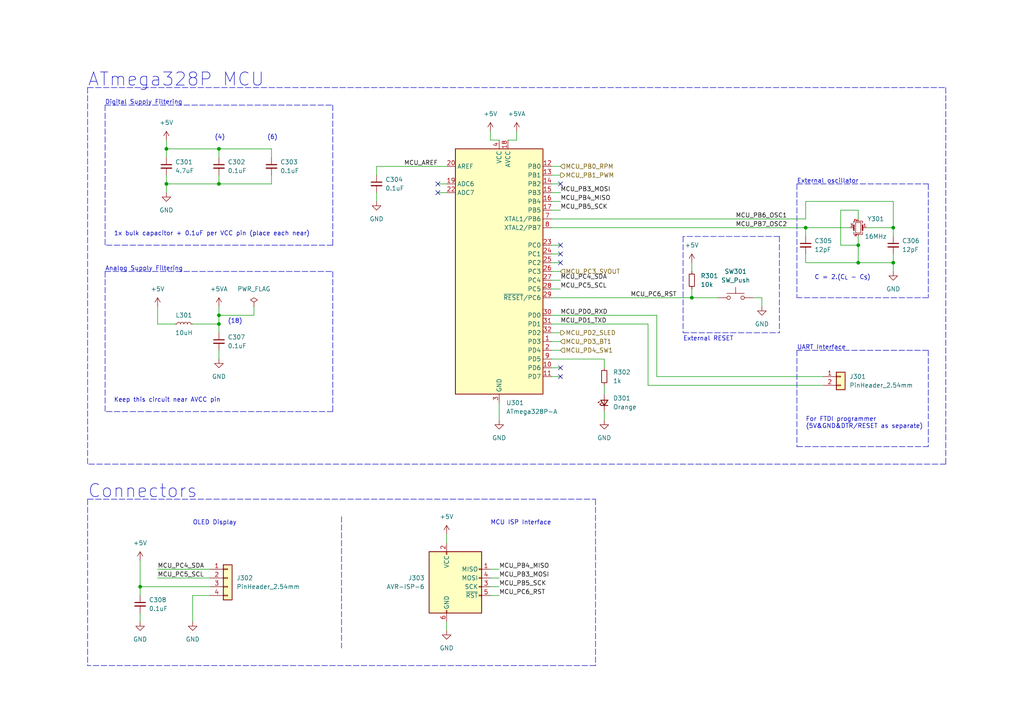
<source format=kicad_sch>
(kicad_sch (version 20211123) (generator eeschema)
  (paper "A4")
  (title_block (title "MCU Circuit & Board Interfaces") (date "2022-09-13") (rev "v1.0.0") (company "Lizard Electronics") (comment 1 "Designed by: Manuel Lagarto"))
  (lib_symbols
    (symbol "Connector:AVR-ISP-6" (pin_names (offset 1.016))
      (property "Reference" "J" (at -6.35 11.43 0))
      (property "Value" "AVR-ISP-6" (at 0 11.43 0))
      (symbol "AVR-ISP-6_0_1"
        (rectangle (start -2.667 -6.858) (end -2.413 -7.62))
        (rectangle (start -2.667 10.16) (end -2.413 9.398))
        (rectangle (start 7.62 -2.413) (end 6.858 -2.667))
        (rectangle (start 7.62 0.127) (end 6.858 -0.127))
        (rectangle (start 7.62 2.667) (end 6.858 2.413))
        (rectangle (start 7.62 5.207) (end 6.858 4.953))
        (rectangle (start 7.62 10.16) (end -7.62 -7.62) (stroke (width 0.254)) (fill (type background)))
      )
      (symbol "AVR-ISP-6_1_1"
        (pin passive line (at 10.16 5.08 180) (length 2.54) (name "MISO") (number "1"))
        (pin passive line (at -2.54 12.7 270) (length 2.54) (name "VCC") (number "2"))
        (pin passive line (at 10.16 0 180) (length 2.54) (name "SCK") (number "3"))
        (pin passive line (at 10.16 2.54 180) (length 2.54) (name "MOSI") (number "4"))
        (pin passive line (at 10.16 -2.54 180) (length 2.54) (name "~{RST}") (number "5"))
        (pin passive line (at -2.54 -10.16 90) (length 2.54) (name "GND") (number "6"))
      )
    )
    (symbol "Connector_Generic:Conn_01x02" (pin_names (offset 1.016) hide)
      (property "Reference" "J" (at 0 2.54 0))
      (property "Value" "Conn_01x02" (at 0 -5.08 0))
      (symbol "Conn_01x02_1_1"
        (rectangle (start -1.27 -2.413) (end 0 -2.667) (stroke (width 0.1524)))
        (rectangle (start -1.27 0.127) (end 0 -0.127) (stroke (width 0.1524)))
        (rectangle (start -1.27 1.27) (end 1.27 -3.81) (stroke (width 0.254)) (fill (type background)))
        (pin passive line (at -5.08 0 0) (length 3.81) (name "Pin_1") (number "1"))
        (pin passive line (at -5.08 -2.54 0) (length 3.81) (name "Pin_2") (number "2"))
      )
    )
    (symbol "Connector_Generic:Conn_01x04" (pin_names (offset 1.016) hide)
      (property "Reference" "J" (at 0 5.08 0))
      (property "Value" "Conn_01x04" (at 0 -7.62 0))
      (symbol "Conn_01x04_1_1"
        (rectangle (start -1.27 -4.953) (end 0 -5.207) (stroke (width 0.1524)))
        (rectangle (start -1.27 -2.413) (end 0 -2.667) (stroke (width 0.1524)))
        (rectangle (start -1.27 0.127) (end 0 -0.127) (stroke (width 0.1524)))
        (rectangle (start -1.27 2.667) (end 0 2.413) (stroke (width 0.1524)))
        (rectangle (start -1.27 3.81) (end 1.27 -6.35) (stroke (width 0.254)) (fill (type background)))
        (pin passive line (at -5.08 2.54 0) (length 3.81) (name "Pin_1") (number "1"))
        (pin passive line (at -5.08 0 0) (length 3.81) (name "Pin_2") (number "2"))
        (pin passive line (at -5.08 -2.54 0) (length 3.81) (name "Pin_3") (number "3"))
        (pin passive line (at -5.08 -5.08 0) (length 3.81) (name "Pin_4") (number "4"))
      )
    )
    (symbol "Device:C_Small" (pin_numbers hide) (pin_names (offset 0.254) hide)
      (property "Reference" "C" (at 0.254 1.778 0))
      (property "Value" "C_Small" (at 0.254 -2.032 0))
      (symbol "C_Small_0_1"
        (polyline (pts (xy -1.524 -0.508) (xy 1.524 -0.508)) (stroke (width 0.3302)))
        (polyline (pts (xy -1.524 0.508) (xy 1.524 0.508)) (stroke (width 0.3048)))
      )
      (symbol "C_Small_1_1"
        (pin passive line (at 0 2.54 270) (length 2.032) (name "~") (number "1"))
        (pin passive line (at 0 -2.54 90) (length 2.032) (name "~") (number "2"))
      )
    )
    (symbol "Device:Crystal_GND24_Small" (pin_names (offset 1.016) hide)
      (property "Reference" "Y" (at 1.27 4.445 0))
      (property "Value" "Crystal_GND24_Small" (at 1.27 2.54 0))
      (symbol "Crystal_GND24_Small_0_1"
        (rectangle (start -0.762 -1.524) (end 0.762 1.524))
        (polyline (pts (xy -1.27 -0.762) (xy -1.27 0.762)) (stroke (width 0.381)))
        (polyline (pts (xy 1.27 -0.762) (xy 1.27 0.762)) (stroke (width 0.381)))
        (polyline (pts (xy -1.27 -1.27) (xy -1.27 -1.905) (xy 1.27 -1.905) (xy 1.27 -1.27)))
        (polyline (pts (xy -1.27 1.27) (xy -1.27 1.905) (xy 1.27 1.905) (xy 1.27 1.27)))
      )
      (symbol "Crystal_GND24_Small_1_1"
        (pin passive line (at -2.54 0 0) (length 1.27) (name "1") (number "1"))
        (pin passive line (at 0 -2.54 90) (length 0.635) (name "2") (number "2"))
        (pin passive line (at 2.54 0 180) (length 1.27) (name "3") (number "3"))
        (pin passive line (at 0 2.54 270) (length 0.635) (name "4") (number "4"))
      )
    )
    (symbol "Device:LED_Small" (pin_numbers hide) (pin_names (offset 0.254) hide)
      (property "Reference" "D" (at -1.27 3.175 0))
      (property "Value" "LED_Small" (at -4.445 -2.54 0))
      (symbol "LED_Small_0_1"
        (polyline (pts (xy -0.762 -1.016) (xy -0.762 1.016)) (stroke (width 0.254)))
        (polyline (pts (xy 1.016 0) (xy -0.762 0)))
        (polyline (pts (xy 0.762 -1.016) (xy -0.762 0) (xy 0.762 1.016) (xy 0.762 -1.016)) (stroke (width 0.254)))
        (polyline (pts (xy 0 0.762) (xy -0.508 1.27) (xy -0.254 1.27) (xy -0.508 1.27) (xy -0.508 1.016)))
        (polyline (pts (xy 0.508 1.27) (xy 0 1.778) (xy 0.254 1.778) (xy 0 1.778) (xy 0 1.524)))
      )
      (symbol "LED_Small_1_1"
        (pin passive line (at -2.54 0 0) (length 1.778) (name "K") (number "1"))
        (pin passive line (at 2.54 0 180) (length 1.778) (name "A") (number "2"))
      )
    )
    (symbol "Device:L_Small" (pin_numbers hide) (pin_names (offset 0.254) hide)
      (property "Reference" "L" (at 0.762 1.016 0))
      (property "Value" "L_Small" (at 0.762 -1.016 0))
      (symbol "L_Small_0_1"
        (arc (start 0 -2.032) (mid 0.508 -1.524) (end 0 -1.016))
        (arc (start 0 -1.016) (mid 0.508 -0.508) (end 0 0))
        (arc (start 0 0) (mid 0.508 0.508) (end 0 1.016))
        (arc (start 0 1.016) (mid 0.508 1.524) (end 0 2.032))
      )
      (symbol "L_Small_1_1"
        (pin passive line (at 0 2.54 270) (length 0.508) (name "~") (number "1"))
        (pin passive line (at 0 -2.54 90) (length 0.508) (name "~") (number "2"))
      )
    )
    (symbol "Device:R_Small" (pin_numbers hide) (pin_names (offset 0.254) hide)
      (property "Reference" "R" (at 0.762 0.508 0))
      (property "Value" "R_Small" (at 0.762 -1.016 0))
      (symbol "R_Small_0_1"
        (rectangle (start -0.762 1.778) (end 0.762 -1.778) (stroke (width 0.2032)))
      )
      (symbol "R_Small_1_1"
        (pin passive line (at 0 2.54 270) (length 0.762) (name "~") (number "1"))
        (pin passive line (at 0 -2.54 90) (length 0.762) (name "~") (number "2"))
      )
    )
    (symbol "MCU_Microchip_ATmega:ATmega328P-A"
      (property "Reference" "U" (at -12.7 36.83 0))
      (property "Value" "ATmega328P-A" (at 2.54 -36.83 0))
      (symbol "ATmega328P-A_0_1"
        (rectangle (start -12.7 -35.56) (end 12.7 35.56) (stroke (width 0.254)) (fill (type background)))
      )
      (symbol "ATmega328P-A_1_1"
        (pin bidirectional line (at 15.24 -20.32 180) (length 2.54) (name "PD3") (number "1"))
        (pin bidirectional line (at 15.24 -27.94 180) (length 2.54) (name "PD6") (number "10"))
        (pin bidirectional line (at 15.24 -30.48 180) (length 2.54) (name "PD7") (number "11"))
        (pin bidirectional line (at 15.24 30.48 180) (length 2.54) (name "PB0") (number "12"))
        (pin bidirectional line (at 15.24 27.94 180) (length 2.54) (name "PB1") (number "13"))
        (pin bidirectional line (at 15.24 25.4 180) (length 2.54) (name "PB2") (number "14"))
        (pin bidirectional line (at 15.24 22.86 180) (length 2.54) (name "PB3") (number "15"))
        (pin bidirectional line (at 15.24 20.32 180) (length 2.54) (name "PB4") (number "16"))
        (pin bidirectional line (at 15.24 17.78 180) (length 2.54) (name "PB5") (number "17"))
        (pin power_in line (at 2.54 38.1 270) (length 2.54) (name "AVCC") (number "18"))
        (pin input line (at -15.24 25.4 0) (length 2.54) (name "ADC6") (number "19"))
        (pin bidirectional line (at 15.24 -22.86 180) (length 2.54) (name "PD4") (number "2"))
        (pin passive line (at -15.24 30.48 0) (length 2.54) (name "AREF") (number "20"))
        (pin passive line (at 0 -38.1 90) (length 2.54) hide (name "GND") (number "21"))
        (pin input line (at -15.24 22.86 0) (length 2.54) (name "ADC7") (number "22"))
        (pin bidirectional line (at 15.24 7.62 180) (length 2.54) (name "PC0") (number "23"))
        (pin bidirectional line (at 15.24 5.08 180) (length 2.54) (name "PC1") (number "24"))
        (pin bidirectional line (at 15.24 2.54 180) (length 2.54) (name "PC2") (number "25"))
        (pin bidirectional line (at 15.24 0 180) (length 2.54) (name "PC3") (number "26"))
        (pin bidirectional line (at 15.24 -2.54 180) (length 2.54) (name "PC4") (number "27"))
        (pin bidirectional line (at 15.24 -5.08 180) (length 2.54) (name "PC5") (number "28"))
        (pin bidirectional line (at 15.24 -7.62 180) (length 2.54) (name "~{RESET}/PC6") (number "29"))
        (pin power_in line (at 0 -38.1 90) (length 2.54) (name "GND") (number "3"))
        (pin bidirectional line (at 15.24 -12.7 180) (length 2.54) (name "PD0") (number "30"))
        (pin bidirectional line (at 15.24 -15.24 180) (length 2.54) (name "PD1") (number "31"))
        (pin bidirectional line (at 15.24 -17.78 180) (length 2.54) (name "PD2") (number "32"))
        (pin power_in line (at 0 38.1 270) (length 2.54) (name "VCC") (number "4"))
        (pin passive line (at 0 -38.1 90) (length 2.54) hide (name "GND") (number "5"))
        (pin passive line (at 0 38.1 270) (length 2.54) hide (name "VCC") (number "6"))
        (pin bidirectional line (at 15.24 15.24 180) (length 2.54) (name "XTAL1/PB6") (number "7"))
        (pin bidirectional line (at 15.24 12.7 180) (length 2.54) (name "XTAL2/PB7") (number "8"))
        (pin bidirectional line (at 15.24 -25.4 180) (length 2.54) (name "PD5") (number "9"))
      )
    )
    (symbol "Switch:SW_Push" (pin_numbers hide) (pin_names (offset 1.016) hide)
      (property "Reference" "SW" (at 1.27 2.54 0))
      (property "Value" "SW_Push" (at 0 -1.524 0))
      (symbol "SW_Push_0_1"
        (circle (center -2.032 0) (radius 0.508))
        (polyline (pts (xy 0 1.27) (xy 0 3.048)))
        (polyline (pts (xy 2.54 1.27) (xy -2.54 1.27)))
        (circle (center 2.032 0) (radius 0.508))
        (pin passive line (at -5.08 0 0) (length 2.54) (name "1") (number "1"))
        (pin passive line (at 5.08 0 180) (length 2.54) (name "2") (number "2"))
      )
    )
    (symbol "power:+5V" (power) (pin_names (offset 0))
      (property "Value" "+5V" (at 0 3.556 0))
      (symbol "+5V_0_1"
        (polyline (pts (xy -0.762 1.27) (xy 0 2.54)))
        (polyline (pts (xy 0 0) (xy 0 2.54)))
        (polyline (pts (xy 0 2.54) (xy 0.762 1.27)))
      )
      (symbol "+5V_1_1"
        (pin power_in line (at 0 0 90) (length 0) hide (name "+5V") (number "1"))
      )
    )
    (symbol "power:+5VA" (power) (pin_names (offset 0))
      (property "Value" "+5VA" (at 0 3.556 0))
      (symbol "+5VA_0_1"
        (polyline (pts (xy -0.762 1.27) (xy 0 2.54)))
        (polyline (pts (xy 0 0) (xy 0 2.54)))
        (polyline (pts (xy 0 2.54) (xy 0.762 1.27)))
      )
      (symbol "+5VA_1_1"
        (pin power_in line (at 0 0 90) (length 0) hide (name "+5VA") (number "1"))
      )
    )
    (symbol "power:GND" (power) (pin_names (offset 0))
      (property "Value" "GND" (at 0 -3.81 0))
      (symbol "GND_0_1"
        (polyline (pts (xy 0 0) (xy 0 -1.27) (xy 1.27 -1.27) (xy 0 -2.54) (xy -1.27 -1.27) (xy 0 -1.27)))
      )
      (symbol "GND_1_1"
        (pin power_in line (at 0 0 270) (length 0) hide (name "GND") (number "1"))
      )
    )
    (symbol "power:PWR_FLAG" (power) (pin_numbers hide) (pin_names (offset 0) hide)
      (property "Value" "PWR_FLAG" (at 0 3.81 0))
      (symbol "PWR_FLAG_0_0"
        (pin power_out line (at 0 0 90) (length 0) (name "pwr") (number "1"))
      )
      (symbol "PWR_FLAG_0_1"
        (polyline (pts (xy 0 0) (xy 0 1.27) (xy -1.016 1.905) (xy 0 2.54) (xy 1.016 1.905) (xy 0 1.27)))
      )
    )
  )
  (junction (at 63.5 53.34))
  (junction (at 248.92 76.2))
  (junction (at 63.5 43.18))
  (junction (at 248.92 71.12))
  (junction (at 259.08 66.04))
  (junction (at 233.68 66.04))
  (junction (at 63.5 91.44))
  (junction (at 200.66 86.36))
  (junction (at 48.26 53.34))
  (junction (at 259.08 76.2))
  (junction (at 48.26 43.18))
  (junction (at 40.64 170.18))
  (junction (at 63.5 93.98))
  (no_connect (at 162.56 76.2))
  (no_connect (at 162.56 53.34))
  (no_connect (at 127 53.34))
  (no_connect (at 127 55.88))
  (no_connect (at 162.56 71.12))
  (no_connect (at 162.56 73.66))
  (no_connect (at 162.56 106.68))
  (no_connect (at 162.56 109.22))
  (polyline (pts (xy 274.32 134.62) (xy 25.4 134.62)))
  (wire (pts (xy 160.02 86.36) (xy 200.66 86.36)))
  (wire (pts (xy 160.02 73.66) (xy 162.56 73.66)))
  (wire (pts (xy 190.5 109.22) (xy 238.76 109.22)))
  (wire (pts (xy 73.66 88.9) (xy 73.66 91.44)))
  (wire (pts (xy 45.72 165.1) (xy 60.96 165.1)))
  (wire (pts (xy 63.5 101.6) (xy 63.5 104.14)))
  (wire (pts (xy 45.72 93.98) (xy 50.8 93.98)))
  (polyline (pts (xy 269.24 53.34) (xy 269.24 86.36)))
  (wire (pts (xy 63.5 93.98) (xy 63.5 96.52)))
  (wire (pts (xy 259.08 58.42) (xy 259.08 66.04)))
  (wire (pts (xy 160.02 81.28) (xy 162.56 81.28)))
  (wire (pts (xy 63.5 91.44) (xy 73.66 91.44)))
  (wire (pts (xy 160.02 58.42) (xy 162.56 58.42)))
  (wire (pts (xy 48.26 43.18) (xy 63.5 43.18)))
  (polyline (pts (xy 99.06 149.86) (xy 99.06 187.96)))
  (wire (pts (xy 142.24 165.1) (xy 144.78 165.1)))
  (wire (pts (xy 243.84 60.96) (xy 243.84 71.12)))
  (wire (pts (xy 259.08 66.04) (xy 251.46 66.04)))
  (wire (pts (xy 142.24 167.64) (xy 144.78 167.64)))
  (wire (pts (xy 187.96 111.76) (xy 238.76 111.76)))
  (wire (pts (xy 175.26 104.14) (xy 175.26 106.68)))
  (wire (pts (xy 200.66 86.36) (xy 208.28 86.36)))
  (wire (pts (xy 142.24 172.72) (xy 144.78 172.72)))
  (wire (pts (xy 160.02 93.98) (xy 187.96 93.98)))
  (wire (pts (xy 63.5 43.18) (xy 63.5 45.72)))
  (wire (pts (xy 127 55.88) (xy 129.54 55.88)))
  (wire (pts (xy 129.54 48.26) (xy 109.22 48.26)))
  (wire (pts (xy 160.02 53.34) (xy 162.56 53.34)))
  (polyline (pts (xy 96.52 30.48) (xy 96.52 71.12)))
  (wire (pts (xy 200.66 83.82) (xy 200.66 86.36)))
  (polyline (pts (xy 96.52 119.38) (xy 30.48 119.38)))
  (wire (pts (xy 160.02 106.68) (xy 162.56 106.68)))
  (wire (pts (xy 142.24 38.1) (xy 142.24 40.64)))
  (polyline (pts (xy 30.48 78.74) (xy 96.52 78.74)))
  (wire (pts (xy 160.02 71.12) (xy 162.56 71.12)))
  (wire (pts (xy 129.54 154.94) (xy 129.54 157.48)))
  (wire (pts (xy 160.02 66.04) (xy 233.68 66.04)))
  (wire (pts (xy 55.88 172.72) (xy 60.96 172.72)))
  (polyline (pts (xy 96.52 71.12) (xy 30.48 71.12)))
  (wire (pts (xy 142.24 40.64) (xy 144.78 40.64)))
  (polyline (pts (xy 96.52 78.74) (xy 96.52 119.38)))
  (wire (pts (xy 63.5 91.44) (xy 63.5 93.98)))
  (wire (pts (xy 248.92 71.12) (xy 248.92 68.58)))
  (wire (pts (xy 55.88 93.98) (xy 63.5 93.98)))
  (wire (pts (xy 160.02 109.22) (xy 162.56 109.22)))
  (wire (pts (xy 175.26 111.76) (xy 175.26 114.3)))
  (polyline (pts (xy 30.48 30.48) (xy 30.48 71.12)))
  (wire (pts (xy 142.24 170.18) (xy 144.78 170.18)))
  (wire (pts (xy 40.64 170.18) (xy 40.64 172.72)))
  (wire (pts (xy 248.92 76.2) (xy 259.08 76.2)))
  (wire (pts (xy 160.02 91.44) (xy 190.5 91.44)))
  (polyline (pts (xy 25.4 144.78) (xy 25.4 193.04)))
  (wire (pts (xy 109.22 55.88) (xy 109.22 58.42)))
  (polyline (pts (xy 198.12 96.52) (xy 226.06 96.52)))
  (wire (pts (xy 160.02 76.2) (xy 162.56 76.2)))
  (wire (pts (xy 63.5 43.18) (xy 78.74 43.18)))
  (polyline (pts (xy 25.4 25.4) (xy 25.4 134.62)))
  (wire (pts (xy 160.02 101.6) (xy 162.56 101.6)))
  (wire (pts (xy 63.5 50.8) (xy 63.5 53.34)))
  (wire (pts (xy 160.02 99.06) (xy 162.56 99.06)))
  (wire (pts (xy 109.22 48.26) (xy 109.22 50.8)))
  (wire (pts (xy 160.02 83.82) (xy 162.56 83.82)))
  (wire (pts (xy 160.02 60.96) (xy 162.56 60.96)))
  (polyline (pts (xy 172.72 193.04) (xy 25.4 193.04)))
  (polyline (pts (xy 226.06 68.58) (xy 226.06 96.52)))
  (wire (pts (xy 160.02 55.88) (xy 162.56 55.88)))
  (polyline (pts (xy 25.4 25.4) (xy 274.32 25.4)))
  (polyline (pts (xy 231.14 53.34) (xy 231.14 86.36)))
  (wire (pts (xy 48.26 40.64) (xy 48.26 43.18)))
  (wire (pts (xy 48.26 53.34) (xy 48.26 55.88)))
  (polyline (pts (xy 172.72 144.78) (xy 172.72 193.04)))
  (wire (pts (xy 78.74 50.8) (xy 78.74 53.34)))
  (wire (pts (xy 233.68 76.2) (xy 248.92 76.2)))
  (wire (pts (xy 175.26 119.38) (xy 175.26 121.92)))
  (wire (pts (xy 48.26 50.8) (xy 48.26 53.34)))
  (wire (pts (xy 160.02 63.5) (xy 233.68 63.5)))
  (wire (pts (xy 200.66 76.2) (xy 200.66 78.74)))
  (polyline (pts (xy 274.32 25.4) (xy 274.32 134.62)))
  (wire (pts (xy 248.92 71.12) (xy 248.92 76.2)))
  (wire (pts (xy 233.68 66.04) (xy 233.68 68.58)))
  (wire (pts (xy 233.68 66.04) (xy 246.38 66.04)))
  (wire (pts (xy 129.54 180.34) (xy 129.54 182.88)))
  (wire (pts (xy 55.88 172.72) (xy 55.88 180.34)))
  (wire (pts (xy 259.08 73.66) (xy 259.08 76.2)))
  (wire (pts (xy 259.08 76.2) (xy 259.08 78.74)))
  (polyline (pts (xy 25.4 144.78) (xy 172.72 144.78)))
  (wire (pts (xy 187.96 93.98) (xy 187.96 111.76)))
  (wire (pts (xy 233.68 63.5) (xy 233.68 58.42)))
  (wire (pts (xy 78.74 53.34) (xy 63.5 53.34)))
  (wire (pts (xy 248.92 60.96) (xy 243.84 60.96)))
  (polyline (pts (xy 231.14 101.6) (xy 231.14 129.54)))
  (wire (pts (xy 48.26 43.18) (xy 48.26 45.72)))
  (wire (pts (xy 149.86 40.64) (xy 147.32 40.64)))
  (wire (pts (xy 233.68 58.42) (xy 259.08 58.42)))
  (wire (pts (xy 40.64 180.34) (xy 40.64 177.8)))
  (wire (pts (xy 243.84 71.12) (xy 248.92 71.12)))
  (wire (pts (xy 149.86 38.1) (xy 149.86 40.64)))
  (polyline (pts (xy 231.14 53.34) (xy 269.24 53.34)))
  (polyline (pts (xy 269.24 101.6) (xy 269.24 129.54)))
  (wire (pts (xy 160.02 104.14) (xy 175.26 104.14)))
  (polyline (pts (xy 231.14 129.54) (xy 269.24 129.54)))
  (wire (pts (xy 45.72 167.64) (xy 60.96 167.64)))
  (wire (pts (xy 160.02 96.52) (xy 162.56 96.52)))
  (wire (pts (xy 63.5 53.34) (xy 48.26 53.34)))
  (wire (pts (xy 40.64 162.56) (xy 40.64 170.18)))
  (polyline (pts (xy 269.24 86.36) (xy 231.14 86.36)))
  (wire (pts (xy 190.5 91.44) (xy 190.5 109.22)))
  (polyline (pts (xy 226.06 68.58) (xy 198.12 68.58)))
  (wire (pts (xy 45.72 88.9) (xy 45.72 93.98)))
  (wire (pts (xy 220.98 86.36) (xy 220.98 88.9)))
  (wire (pts (xy 127 53.34) (xy 129.54 53.34)))
  (wire (pts (xy 218.44 86.36) (xy 220.98 86.36)))
  (wire (pts (xy 248.92 63.5) (xy 248.92 60.96)))
  (polyline (pts (xy 198.12 68.58) (xy 198.12 96.52)))
  (wire (pts (xy 78.74 45.72) (xy 78.74 43.18)))
  (polyline (pts (xy 269.24 101.6) (xy 231.14 101.6)))
  (wire (pts (xy 233.68 73.66) (xy 233.68 76.2)))
  (polyline (pts (xy 30.48 30.48) (xy 96.52 30.48)))
  (wire (pts (xy 160.02 50.8) (xy 162.56 50.8)))
  (wire (pts (xy 160.02 48.26) (xy 162.56 48.26)))
  (wire (pts (xy 40.64 170.18) (xy 60.96 170.18)))
  (polyline (pts (xy 30.48 78.74) (xy 30.48 119.38)))
  (wire (pts (xy 259.08 66.04) (xy 259.08 68.58)))
  (wire (pts (xy 63.5 88.9) (xy 63.5 91.44)))
  (wire (pts (xy 160.02 78.74) (xy 162.56 78.74)))
  (wire (pts (xy 144.78 116.84) (xy 144.78 121.92)))
  (text "ATmega328P MCU" (at 25.4 25.4 0) (effects (font (size 3.81 3.81)) (justify left bottom)))
  (text "(4)" (at 62.23 40.64 0) (effects (font (size 1.27 1.27)) (justify left bottom)))
  (text "MCU ISP Interface" (at 142.24 152.4 0) (effects (font (size 1.27 1.27)) (justify left bottom)))
  (text "UART Interface" (at 231.14 101.6 0) (effects (font (size 1.27 1.27)) (justify left bottom)))
  (text "(18)" (at 66.04 93.98 0) (effects (font (size 1.27 1.27)) (justify left bottom)))
  (text "(6)" (at 77.47 40.64 0) (effects (font (size 1.27 1.27)) (justify left bottom)))
  (text "1x bulk capacitor + 0.1uF per VCC pin (place each near)" (at 33.02 68.58 0) (effects (font (size 1.27 1.27)) (justify left bottom)))
  (text "External RESET" (at 198.12 99.06 0) (effects (font (size 1.27 1.27)) (justify left bottom)))
  (text "Connectors" (at 25.4 144.78 0) (effects (font (size 3.81 3.81)) (justify left bottom)))
  (text "External oscillator" (at 231.14 53.34 0) (effects (font (size 1.27 1.27)) (justify left bottom)))
  (text "OLED Display" (at 55.88 152.4 0) (effects (font (size 1.27 1.27)) (justify left bottom)))
  (text "Digital Supply Filtering" (at 30.48 30.48 0) (effects (font (size 1.27 1.27)) (justify left bottom)))
  (text "C = 2.(C_{L} - C_{S})" (at 236.22 81.28 0) (effects (font (size 1.27 1.27)) (justify left bottom)))
  (text "Keep this circuit near AVCC pin" (at 33.02 116.84 0) (effects (font (size 1.27 1.27)) (justify left bottom)))
  (text "Analog Supply Filtering" (at 30.48 78.74 0) (effects (font (size 1.27 1.27)) (justify left bottom)))
  (text "For FTDI programmer\n(5V&GND&DTR/RESET as separate)" (at 233.68 124.46 0) (effects (font (size 1.27 1.27)) (justify left bottom)))
  (label "MCU_PC5_SCL" (at 162.56 83.82 0))
  (label "MCU_PD0_RXD" (at 162.56 91.44 0))
  (label "MCU_PD1_TXD" (at 162.56 93.98 0))
  (label "MCU_PB5_SCK" (at 162.56 60.96 0))
  (label "MCU_PB4_MISO" (at 162.56 58.42 0))
  (label "MCU_PB4_MISO" (at 144.78 165.1 0))
  (label "MCU_PC6_RST" (at 144.78 172.72 0))
  (label "MCU_PC4_SDA" (at 162.56 81.28 0))
  (label "MCU_PB5_SCK" (at 144.78 170.18 0))
  (label "MCU_PB3_MOSI" (at 144.78 167.64 0))
  (label "MCU_PC6_RST" (at 182.88 86.36 0))
  (label "MCU_AREF" (at 127 48.26 180))
  (label "MCU_PB3_MOSI" (at 162.56 55.88 0))
  (label "MCU_PB6_OSC1" (at 213.36 63.5 0))
  (label "MCU_PB7_OSC2" (at 213.36 66.04 0))
  (label "MCU_PC4_SDA" (at 45.72 165.1 0))
  (label "MCU_PC5_SCL" (at 45.72 167.64 0))
  (hierarchical_label "MCU_PD4_SW1" (shape input) (at 162.56 101.6 0))
  (hierarchical_label "MCU_PB0_RPM" (shape input) (at 162.56 48.26 0))
  (hierarchical_label "MCU_PD3_BT1" (shape input) (at 162.56 99.06 0))
  (hierarchical_label "MCU_PC3_SVOUT" (shape input) (at 162.56 78.74 0))
  (hierarchical_label "MCU_PB1_PWM" (shape output) (at 162.56 50.8 0))
  (hierarchical_label "MCU_PD2_SLED" (shape output) (at 162.56 96.52 0))
  (symbol (lib_id "Device:C_Small") (at 63.5 48.26 0) (unit 1)
    (property "Reference" "C302" (at 66.04 46.9962 0) (effects (justify left)))
    (property "Value" "0.1uF" (at 66.04 49.5362 0) (effects (justify left)))
    (property "Footprint" "Capacitor_SMD:C_0603_1608Metric_Pad1.08x0.95mm_HandSolder" (effects hide))
  )
  (symbol (lib_id "Device:R_Small") (at 200.66 81.28 0) (unit 1)
    (property "Reference" "R301" (at 203.2 80.0099 0) (effects (justify left)))
    (property "Value" "10k" (at 203.2 82.5499 0) (effects (justify left)))
    (property "Footprint" "Resistor_SMD:R_0603_1608Metric_Pad0.98x0.95mm_HandSolder" (effects hide))
  )
  (symbol (lib_id "Device:C_Small") (at 109.22 53.34 0) (unit 1)
    (property "Reference" "C304" (at 111.76 52.0762 0) (effects (justify left)))
    (property "Value" "0.1uF" (at 111.76 54.6162 0) (effects (justify left)))
    (property "Footprint" "Capacitor_SMD:C_0603_1608Metric_Pad1.08x0.95mm_HandSolder" (effects hide))
  )
  (symbol (lib_id "power:PWR_FLAG") (at 73.66 88.9 0) (unit 1)
    (property "Reference" "#FLG0301" (effects hide))
    (property "Value" "PWR_FLAG" (at 73.66 83.82 0))
  )
  (symbol (lib_id "power:+5V") (at 48.26 40.64 0) (unit 1)
    (property "Reference" "#PWR0303" (effects hide))
    (property "Value" "+5V" (at 48.26 35.56 0))
  )
  (symbol (lib_id "Device:LED_Small") (at 175.26 116.84 90) (unit 1)
    (property "Reference" "D301" (at 177.8 115.5064 90) (effects (justify right)))
    (property "Value" "Orange" (at 177.8 118.0464 90) (effects (justify right)))
    (property "Footprint" "LED_SMD:LED_0805_2012Metric_Pad1.15x1.40mm_HandSolder" (effects hide))
  )
  (symbol (lib_id "Device:L_Small") (at 53.34 93.98 90) (unit 1)
    (property "Reference" "L301" (at 53.34 91.44 90))
    (property "Value" "10uH" (at 53.34 96.52 90))
    (property "Footprint" "Inductor_SMD:L_0805_2012Metric_Pad1.05x1.20mm_HandSolder" (effects hide))
  )
  (symbol (lib_id "power:+5VA") (at 63.5 88.9 0) (unit 1)
    (property "Reference" "#PWR0309" (effects hide))
    (property "Value" "+5VA" (at 63.5 83.82 0))
  )
  (symbol (lib_id "power:GND") (at 48.26 55.88 0) (unit 1)
    (property "Reference" "#PWR0304" (effects hide))
    (property "Value" "GND" (at 48.26 60.96 0))
  )
  (symbol (lib_id "Device:C_Small") (at 78.74 48.26 0) (unit 1)
    (property "Reference" "C303" (at 81.28 46.9962 0) (effects (justify left)))
    (property "Value" "0.1uF" (at 81.28 49.5362 0) (effects (justify left)))
    (property "Footprint" "Capacitor_SMD:C_0603_1608Metric_Pad1.08x0.95mm_HandSolder" (effects hide))
  )
  (symbol (lib_id "Device:C_Small") (at 40.64 175.26 0) (unit 1)
    (property "Reference" "C308" (at 43.18 173.9962 0) (effects (justify left)))
    (property "Value" "0.1uF" (at 43.18 176.5362 0) (effects (justify left)))
    (property "Footprint" "Capacitor_SMD:C_0603_1608Metric_Pad1.08x0.95mm_HandSolder" (effects hide))
  )
  (symbol (lib_id "Switch:SW_Push") (at 213.36 86.36 0) (unit 1)
    (property "Reference" "SW301" (at 213.36 78.74 0))
    (property "Value" "SW_Push" (at 213.36 81.28 0))
    (property "Footprint" "Button_Switch_SMD:SW_SPST_TL3342" (effects hide))
  )
  (symbol (lib_id "Device:C_Small") (at 48.26 48.26 0) (unit 1)
    (property "Reference" "C301" (at 50.8 46.9962 0) (effects (justify left)))
    (property "Value" "4.7uF" (at 50.8 49.5362 0) (effects (justify left)))
    (property "Footprint" "Capacitor_SMD:C_0805_2012Metric_Pad1.18x1.45mm_HandSolder" (effects hide))
  )
  (symbol (lib_id "power:GND") (at 259.08 78.74 0) (unit 1)
    (property "Reference" "#PWR0307" (effects hide))
    (property "Value" "GND" (at 259.08 83.82 0))
  )
  (symbol (lib_id "power:GND") (at 109.22 58.42 0) (unit 1)
    (property "Reference" "#PWR0305" (effects hide))
    (property "Value" "GND" (at 109.22 63.5 0))
  )
  (symbol (lib_id "power:GND") (at 40.64 180.34 0) (unit 1)
    (property "Reference" "#PWR0316" (effects hide))
    (property "Value" "GND" (at 40.64 185.42 0))
  )
  (symbol (lib_id "power:+5V") (at 129.54 154.94 0) (unit 1)
    (property "Reference" "#PWR0314" (effects hide))
    (property "Value" "+5V" (at 129.54 149.86 0))
  )
  (symbol (lib_id "Connector_Generic:Conn_01x02") (at 243.84 109.22 0) (unit 1)
    (property "Reference" "J301" (at 246.38 109.2199 0) (effects (justify left)))
    (property "Value" "PinHeader_2.54mm" (at 246.38 111.7599 0) (effects (justify left)))
    (property "Footprint" "Connector_PinHeader_2.54mm:PinHeader_1x02_P2.54mm_Vertical" (effects hide))
  )
  (symbol (lib_id "Connector_Generic:Conn_01x04") (at 66.04 167.64 0) (unit 1)
    (property "Reference" "J302" (at 68.58 167.6399 0) (effects (justify left)))
    (property "Value" "PinHeader_2.54mm" (at 68.58 170.1799 0) (effects (justify left)))
    (property "Footprint" "Connector_PinSocket_2.54mm:PinSocket_1x04_P2.54mm_Vertical" (effects hide))
  )
  (symbol (lib_id "power:+5V") (at 40.64 162.56 0) (unit 1)
    (property "Reference" "#PWR0315" (effects hide))
    (property "Value" "+5V" (at 40.64 157.48 0))
  )
  (symbol (lib_id "Device:C_Small") (at 259.08 71.12 0) (unit 1)
    (property "Reference" "C306" (at 261.62 69.8562 0) (effects (justify left)))
    (property "Value" "12pF" (at 261.62 72.3962 0) (effects (justify left)))
    (property "Footprint" "Capacitor_SMD:C_0603_1608Metric_Pad1.08x0.95mm_HandSolder" (effects hide))
  )
  (symbol (lib_id "Device:Crystal_GND24_Small") (at 248.92 66.04 180) (unit 1)
    (property "Reference" "Y301" (at 254 63.5 0))
    (property "Value" "16MHz" (at 254 68.58 0))
    (property "Footprint" "Crystal:Crystal_SMD_3225-4Pin_3.2x2.5mm_HandSoldering" (effects hide))
  )
  (symbol (lib_id "Device:R_Small") (at 175.26 109.22 0) (unit 1)
    (property "Reference" "R302" (at 177.8 107.9499 0) (effects (justify left)))
    (property "Value" "1k" (at 177.8 110.4899 0) (effects (justify left)))
    (property "Footprint" "Resistor_SMD:R_0805_2012Metric_Pad1.20x1.40mm_HandSolder" (effects hide))
  )
  (symbol (lib_id "Connector:AVR-ISP-6") (at 132.08 170.18 0) (unit 1)
    (property "Reference" "J303" (at 123.19 167.6399 0) (effects (justify right)))
    (property "Value" "AVR-ISP-6" (at 123.19 170.1799 0) (effects (justify right)))
    (property "Footprint" "Connector_PinHeader_2.54mm:PinHeader_2x03_P2.54mm_Vertical" (effects hide))
    (property "Datasheet" " ~" (effects hide))
  )
  (symbol (lib_id "power:GND") (at 144.78 121.92 0) (unit 1)
    (property "Reference" "#PWR0312" (effects hide))
    (property "Value" "GND" (at 144.78 127 0))
  )
  (symbol (lib_id "power:GND") (at 220.98 88.9 0) (unit 1)
    (property "Reference" "#PWR0310" (effects hide))
    (property "Value" "GND" (at 220.98 93.98 0))
  )
  (symbol (lib_id "Device:C_Small") (at 233.68 71.12 0) (unit 1)
    (property "Reference" "C305" (at 236.22 69.8562 0) (effects (justify left)))
    (property "Value" "12pF" (at 236.22 72.3962 0) (effects (justify left)))
    (property "Footprint" "Capacitor_SMD:C_0603_1608Metric_Pad1.08x0.95mm_HandSolder" (effects hide))
  )
  (symbol (lib_id "power:GND") (at 129.54 182.88 0) (unit 1)
    (property "Reference" "#PWR0318" (effects hide))
    (property "Value" "GND" (at 129.54 187.96 0))
  )
  (symbol (lib_id "power:+5V") (at 45.72 88.9 0) (unit 1)
    (property "Reference" "#PWR0308" (effects hide))
    (property "Value" "+5V" (at 45.72 83.82 0))
  )
  (symbol (lib_id "power:GND") (at 55.88 180.34 0) (unit 1)
    (property "Reference" "#PWR0317" (effects hide))
    (property "Value" "GND" (at 55.88 185.42 0))
  )
  (symbol (lib_id "power:+5V") (at 200.66 76.2 0) (unit 1)
    (property "Reference" "#PWR0306" (effects hide))
    (property "Value" "+5V" (at 200.66 71.12 0))
  )
  (symbol (lib_id "Device:C_Small") (at 63.5 99.06 0) (unit 1)
    (property "Reference" "C307" (at 66.04 97.7962 0) (effects (justify left)))
    (property "Value" "0.1uF" (at 66.04 100.3362 0) (effects (justify left)))
    (property "Footprint" "Capacitor_SMD:C_0603_1608Metric_Pad1.08x0.95mm_HandSolder" (effects hide))
  )
  (symbol (lib_id "power:GND") (at 175.26 121.92 0) (unit 1)
    (property "Reference" "#PWR0313" (effects hide))
    (property "Value" "GND" (at 175.26 127 0))
  )
  (symbol (lib_id "MCU_Microchip_ATmega:ATmega328P-A") (at 144.78 78.74 0) (unit 1)
    (property "Reference" "U301" (at 146.7994 116.84 0) (effects (justify left)))
    (property "Value" "ATmega328P-A" (at 146.7994 119.38 0) (effects (justify left)))
    (property "Footprint" "Package_QFP:TQFP-32_7x7mm_P0.8mm" (effects hide))
    (property "Datasheet" "http://ww1.microchip.com/downloads/en/DeviceDoc/ATmega328_P%20AVR%20MCU%20with%20picoPower%20Technology%20Data%20Sheet%2040001984A.pdf" (effects hide))
  )
  (symbol (lib_id "power:GND") (at 63.5 104.14 0) (unit 1)
    (property "Reference" "#PWR0311" (effects hide))
    (property "Value" "GND" (at 63.5 109.22 0))
  )
  (symbol (lib_id "power:+5V") (at 142.24 38.1 0) (unit 1)
    (property "Reference" "#PWR0301" (effects hide))
    (property "Value" "+5V" (at 142.24 33.02 0))
  )
  (symbol (lib_id "power:+5VA") (at 149.86 38.1 0) (unit 1)
    (property "Reference" "#PWR0302" (effects hide))
    (property "Value" "+5VA" (at 149.86 33.02 0))
  )
)
</source>
